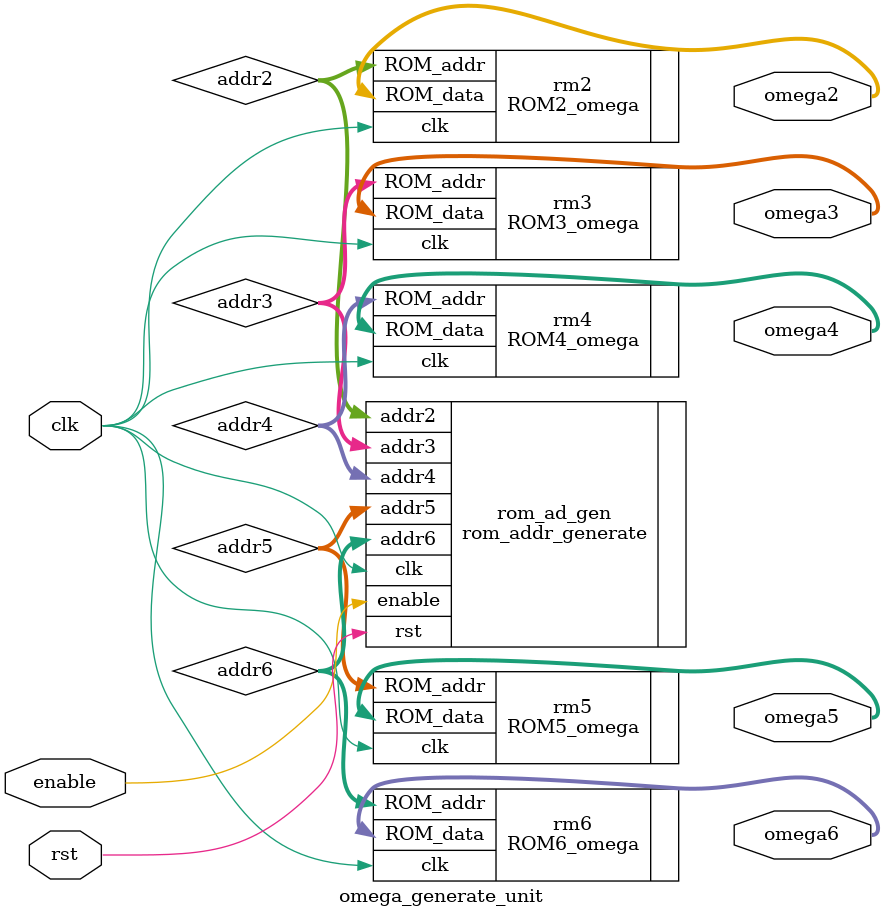
<source format=v>

`resetall
`timescale 1ns/1ps
module omega_generate_unit(clk,
                           rst,
                           enable,
                           omega2,
                           omega3,
                           omega4,
                           omega5,
									omega6);
  input clk,rst;
  input enable;
  output[17:0] omega2,omega3,omega4,omega5,omega6;
  
  wire[3:0] addr2;   //4bit
  wire[5:0] addr3;   //6bit
  wire[7:0] addr4;   //8bit
  wire[9:0] addr5;   //10bit
  wire[11:0] addr6;   //12bit
  
  rom_addr_generate  rom_ad_gen(.clk(clk),
                                .rst(rst),
                                .enable(enable),
                                .addr2(addr2),
                                .addr3(addr3),
                                .addr4(addr4),
                                .addr5(addr5),
										  .addr6(addr6));
                                
  ROM2_omega rm2(.ROM_data(omega2),
                 .ROM_addr(addr2),
                 .clk(clk));
  
  ROM3_omega rm3(.ROM_data(omega3),
                 .ROM_addr(addr3),
                 .clk(clk));
  
  ROM4_omega rm4(.ROM_data(omega4),
                 .ROM_addr(addr4),
                 .clk(clk));
  
  ROM5_omega rm5(.ROM_data(omega5),
                 .ROM_addr(addr5),
                 .clk(clk));
					  
  ROM6_omega rm6(.ROM_data(omega6),
                 .ROM_addr(addr6),
                 .clk(clk));
  
endmodule

</source>
